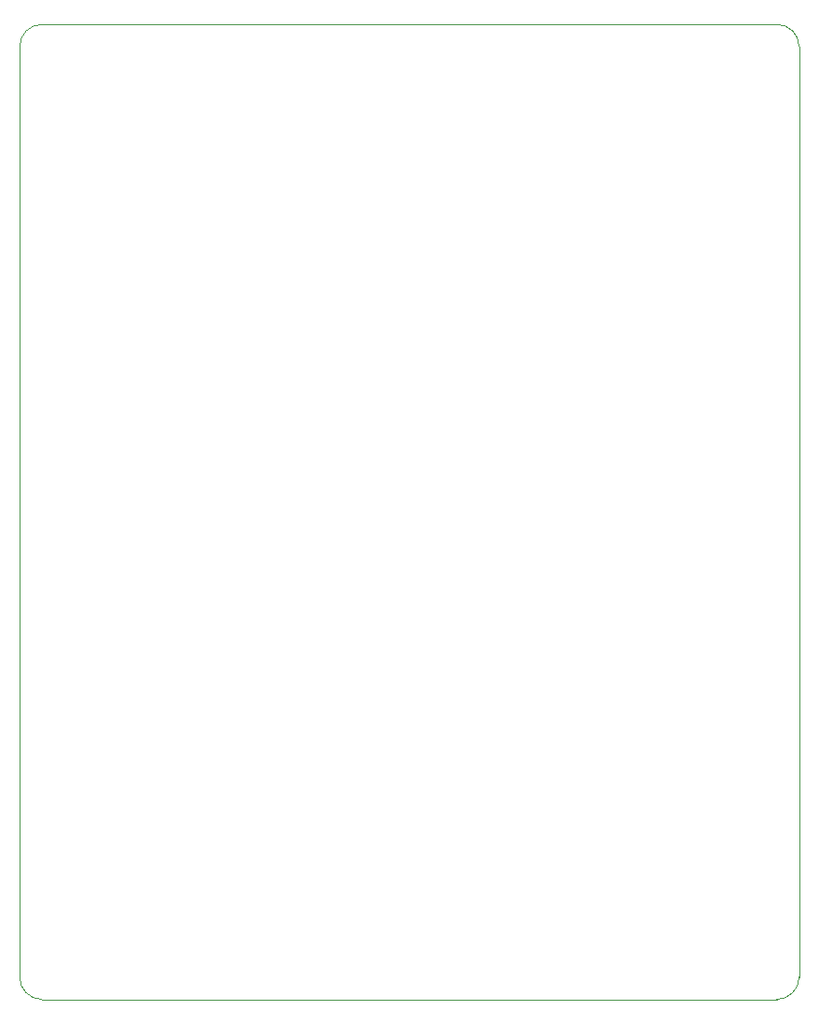
<source format=gbr>
%TF.GenerationSoftware,KiCad,Pcbnew,8.0.7-8.0.7-0~ubuntu22.04.1*%
%TF.CreationDate,2025-12-10T15:44:28+01:00*%
%TF.ProjectId,Electrobot-G474,456c6563-7472-46f6-926f-742d47343734,rev?*%
%TF.SameCoordinates,Original*%
%TF.FileFunction,Profile,NP*%
%FSLAX46Y46*%
G04 Gerber Fmt 4.6, Leading zero omitted, Abs format (unit mm)*
G04 Created by KiCad (PCBNEW 8.0.7-8.0.7-0~ubuntu22.04.1) date 2025-12-10 15:44:28*
%MOMM*%
%LPD*%
G01*
G04 APERTURE LIST*
%TA.AperFunction,Profile*%
%ADD10C,0.050000*%
%TD*%
G04 APERTURE END LIST*
D10*
X93050000Y-131640000D02*
G75*
G02*
X91050000Y-129640000I0J2000000D01*
G01*
X91050000Y-129640000D02*
X91050000Y-45130000D01*
X159860000Y-43130000D02*
G75*
G02*
X161860000Y-45130000I0J-2000000D01*
G01*
X161860000Y-45130000D02*
X161860000Y-129640000D01*
X91050000Y-45130000D02*
G75*
G02*
X93050000Y-43130000I2000000J0D01*
G01*
X93050000Y-43130000D02*
X159860000Y-43130000D01*
X161860000Y-129640000D02*
G75*
G02*
X159860000Y-131640000I-2000000J0D01*
G01*
X159860000Y-131640000D02*
X93050000Y-131640000D01*
M02*

</source>
